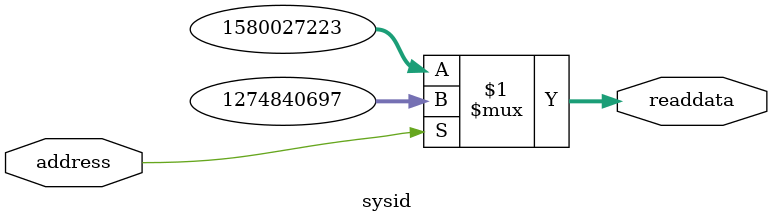
<source format=v>

`timescale 1ns / 1ps
// synthesis translate_on

// turn off superfluous verilog processor warnings 
// altera message_level Level1 
// altera message_off 10034 10035 10036 10037 10230 10240 10030 

module sysid (
               // inputs:
                address,

               // outputs:
                readdata
             )
;

  output  [ 31: 0] readdata;
  input            address;

  wire    [ 31: 0] readdata;
  //control_slave, which is an e_avalon_slave
  assign readdata = address ? 1274840697 : 1580027223;

endmodule


</source>
